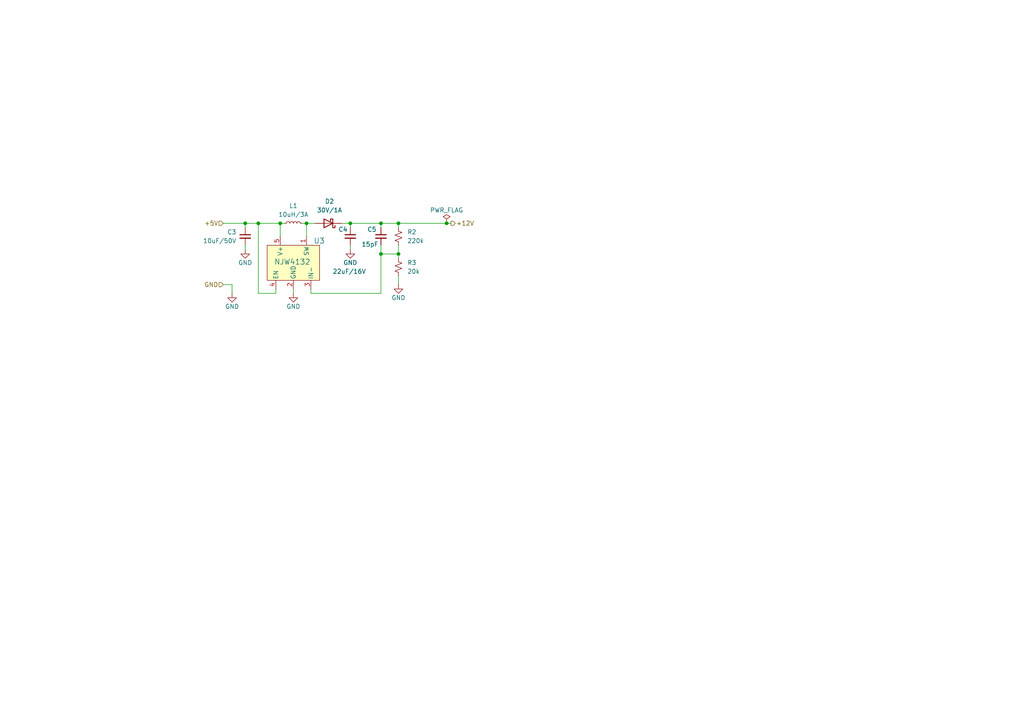
<source format=kicad_sch>
(kicad_sch (version 20231120) (generator "eeschema") (generator_version "8.0")
  (paper "A4")
  (title_block (date "2025-02-10") (rev "1"))
  (lib_symbols
    (symbol "Device:C_Small" (pin_numbers hide) (pin_names (offset 0.254) hide)
      (property "Reference" "C" (at 0.254 1.778 0))
      (property "Value" "C_Small" (at 0.254 -2.032 0))
      (symbol "C_Small_0_1"
        (polyline (pts (xy -1.524 -0.508) (xy 1.524 -0.508)) (stroke (width 0.3302)))
        (polyline (pts (xy -1.524 0.508) (xy 1.524 0.508)) (stroke (width 0.3048)))
      )
      (symbol "C_Small_1_1"
        (pin passive line (at 0 2.54 270) (length 2.032) (name "~") (number "1"))
        (pin passive line (at 0 -2.54 90) (length 2.032) (name "~") (number "2"))
      )
    )
    (symbol "Device:L_Small" (pin_numbers hide) (pin_names (offset 0.254) hide)
      (property "Reference" "L" (at 0.762 1.016 0))
      (property "Value" "L_Small" (at 0.762 -1.016 0))
      (symbol "L_Small_0_1"
        (arc (start 0 -2.032) (mid 0.5058 -1.524) (end 0 -1.016))
        (arc (start 0 -1.016) (mid 0.5058 -0.508) (end 0 0))
        (arc (start 0 0) (mid 0.5058 0.508) (end 0 1.016))
        (arc (start 0 1.016) (mid 0.5058 1.524) (end 0 2.032))
      )
      (symbol "L_Small_1_1"
        (pin passive line (at 0 2.54 270) (length 0.508) (name "~") (number "1"))
        (pin passive line (at 0 -2.54 90) (length 0.508) (name "~") (number "2"))
      )
    )
    (symbol "Device:R_Small_US" (pin_numbers hide) (pin_names (offset 0.254) hide)
      (property "Reference" "R" (at 0.762 0.508 0))
      (property "Value" "R_Small_US" (at 0.762 -1.016 0))
      (symbol "R_Small_US_1_1"
        (polyline (pts (xy 0 0) (xy 1.016 -0.381) (xy 0 -0.762) (xy -1.016 -1.143) (xy 0 -1.524)))
        (polyline (pts (xy 0 1.524) (xy 1.016 1.143) (xy 0 0.762) (xy -1.016 0.381) (xy 0 0)))
        (pin passive line (at 0 2.54 270) (length 1.016) (name "~") (number "1"))
        (pin passive line (at 0 -2.54 90) (length 1.016) (name "~") (number "2"))
      )
    )
    (symbol "Diode:SB130" (pin_numbers hide) (pin_names (offset 1.016) hide)
      (property "Reference" "D" (at 0 2.54 0))
      (property "Value" "SB130" (at 0 -2.54 0))
      (symbol "SB130_0_1"
        (polyline (pts (xy 1.27 0) (xy -1.27 0)))
        (polyline (pts (xy 1.27 1.27) (xy 1.27 -1.27) (xy -1.27 0) (xy 1.27 1.27)) (stroke (width 0.254)))
        (polyline (pts (xy -1.905 0.635) (xy -1.905 1.27) (xy -1.27 1.27) (xy -1.27 -1.27) (xy -0.635 -1.27) (xy -0.635 -0.635)) (stroke (width 0.254)))
      )
      (symbol "SB130_1_1"
        (pin passive line (at -3.81 0 0) (length 2.54) (name "K") (number "1"))
        (pin passive line (at 3.81 0 180) (length 2.54) (name "A") (number "2"))
      )
    )
    (symbol "nisshinbo:NJW4132U2-C-TE1" (pin_names (offset 0.254))
      (property "Reference" "U" (at 13.97 1.524 0))
      (property "Value" "NJW4132" (at 7.62 -5.08 0))
      (symbol "NJW4132U2-C-TE1_1_1"
        (rectangle (start 0 0) (end 15.24 -10.16) (fill (type background)))
        (pin output line (at 11.43 2.54 270) (length 2.54) (name "SW") (number "1"))
        (pin power_in line (at 7.62 -12.7 90) (length 2.54) (name "GND") (number "2"))
        (pin input line (at 12.7 -12.7 90) (length 2.54) (name "IN-") (number "3"))
        (pin input line (at 2.54 -12.7 90) (length 2.54) (name "EN") (number "4"))
        (pin power_in line (at 3.81 2.54 270) (length 2.54) (name "V+") (number "5"))
      )
    )
    (symbol "power:GND" (power) (pin_numbers hide) (pin_names (offset 0) hide)
      (property "Value" "GND" (at 0 -3.81 0))
      (symbol "GND_0_1"
        (polyline (pts (xy 0 0) (xy 0 -1.27) (xy 1.27 -1.27) (xy 0 -2.54) (xy -1.27 -1.27) (xy 0 -1.27)))
      )
      (symbol "GND_1_1"
        (pin power_in line (at 0 0 270) (length 0) (name "~") (number "1"))
      )
    )
    (symbol "power:PWR_FLAG" (power) (pin_numbers hide) (pin_names (offset 0) hide)
      (property "Value" "PWR_FLAG" (at 0 3.81 0))
      (symbol "PWR_FLAG_0_0"
        (pin power_out line (at 0 0 90) (length 0) (name "~") (number "1"))
      )
      (symbol "PWR_FLAG_0_1"
        (polyline (pts (xy 0 0) (xy 0 1.27) (xy -1.016 1.905) (xy 0 2.54) (xy 1.016 1.905) (xy 0 1.27)))
      )
    )
  )
  (junction (at 115.57 64.77))
  (junction (at 129.54 64.77))
  (junction (at 81.28 64.77))
  (junction (at 74.93 64.77))
  (junction (at 71.12 64.77))
  (junction (at 110.49 64.77))
  (junction (at 101.6 64.77))
  (junction (at 88.9 64.77))
  (junction (at 115.57 73.66))
  (junction (at 110.49 73.66))
  (wire (pts (xy 71.12 64.77) (xy 74.93 64.77)))
  (wire (pts (xy 74.93 64.77) (xy 74.93 85.09)))
  (wire (pts (xy 115.57 64.77) (xy 115.57 66.04)))
  (wire (pts (xy 85.09 85.09) (xy 85.09 83.82)))
  (wire (pts (xy 129.54 64.77) (xy 130.81 64.77)))
  (wire (pts (xy 115.57 71.12) (xy 115.57 73.66)))
  (wire (pts (xy 110.49 73.66) (xy 115.57 73.66)))
  (wire (pts (xy 67.31 82.55) (xy 64.77 82.55)))
  (wire (pts (xy 64.77 64.77) (xy 71.12 64.77)))
  (wire (pts (xy 88.9 64.77) (xy 91.44 64.77)))
  (wire (pts (xy 88.9 64.77) (xy 88.9 68.58)))
  (wire (pts (xy 80.01 85.09) (xy 74.93 85.09)))
  (wire (pts (xy 81.28 64.77) (xy 81.28 68.58)))
  (wire (pts (xy 115.57 73.66) (xy 115.57 74.93)))
  (wire (pts (xy 101.6 71.12) (xy 101.6 72.39)))
  (wire (pts (xy 87.63 64.77) (xy 88.9 64.77)))
  (wire (pts (xy 67.31 85.09) (xy 67.31 82.55)))
  (wire (pts (xy 81.28 64.77) (xy 82.55 64.77)))
  (wire (pts (xy 110.49 64.77) (xy 115.57 64.77)))
  (wire (pts (xy 110.49 85.09) (xy 90.17 85.09)))
  (wire (pts (xy 71.12 66.04) (xy 71.12 64.77)))
  (wire (pts (xy 110.49 71.12) (xy 110.49 73.66)))
  (wire (pts (xy 110.49 73.66) (xy 110.49 85.09)))
  (wire (pts (xy 115.57 64.77) (xy 129.54 64.77)))
  (wire (pts (xy 71.12 72.39) (xy 71.12 71.12)))
  (wire (pts (xy 90.17 85.09) (xy 90.17 83.82)))
  (wire (pts (xy 99.06 64.77) (xy 101.6 64.77)))
  (wire (pts (xy 110.49 64.77) (xy 110.49 66.04)))
  (wire (pts (xy 115.57 80.01) (xy 115.57 82.55)))
  (wire (pts (xy 74.93 64.77) (xy 81.28 64.77)))
  (wire (pts (xy 101.6 64.77) (xy 110.49 64.77)))
  (wire (pts (xy 101.6 64.77) (xy 101.6 66.04)))
  (wire (pts (xy 80.01 83.82) (xy 80.01 85.09)))
  (hierarchical_label "+12V" (shape output) (at 130.81 64.77 0))
  (hierarchical_label "+5V" (shape input) (at 64.77 64.77 180))
  (hierarchical_label "GND" (shape input) (at 64.77 82.55 180))
  (symbol (lib_id "Device:R_Small_US") (at 115.57 68.58 0) (unit 1)
    (property "Reference" "R2" (at 118.11 67.3099 0) (effects (justify left)))
    (property "Value" "220k" (at 118.11 69.8499 0) (effects (justify left)))
    (property "Footprint" "Resistor_SMD:R_0603_1608Metric_Pad0.98x0.95mm_HandSolder" (effects (hide yes)))
    (property "Description" "Resistor, small US symbol" (effects (hide yes)))
  )
  (symbol (lib_id "Device:L_Small") (at 85.09 64.77 90) (unit 1)
    (property "Reference" "L1" (at 85.09 59.69 90))
    (property "Value" "10uH/3A" (at 85.09 62.23 90))
    (property "Footprint" "murata:IND_DFE322512F_MUR-M" (effects (hide yes)))
    (property "Description" "Inductor, small symbol" (effects (hide yes)))
  )
  (symbol (lib_id "Diode:SB130") (at 95.25 64.77 180) (unit 1)
    (property "Reference" "D2" (at 95.5675 58.42 0))
    (property "Value" "30V/1A" (at 95.5675 60.96 0))
    (property "Footprint" "murata:CR_60M-60_ROM-M" (effects (hide yes)))
    (property "Datasheet" "http://www.diodes.com/_files/datasheets/ds23022.pdf" (effects (hide yes)))
    (property "Description" "30V 1A Schottky Barrier Rectifier Diode, DO-41" (effects (hide yes)))
    (instances (project "" (path "" (reference "D2") (unit 1))) (project "dcdc+12v" (path "" (reference "D1") (unit 1))))
  )
  (symbol (lib_id "nisshinbo:NJW4132U2-C-TE1") (at 77.47 71.12 0) (unit 1)
    (property "Reference" "U3" (at 90.932 69.85 0) (effects (font (size 1.524 1.524)) (justify left)))
    (property "Value" "NJW4132" (at 79.502 75.946 0) (effects (font (size 1.524 1.524)) (justify left)))
    (property "Footprint" "nisshinbo:SOT-89-5_NMD-M" (effects (hide yes)))
    (property "Datasheet" "NJW4132U2-C-TE1" (effects (hide yes)))
    (instances (project "" (path "" (reference "U3") (unit 1))) (project "dcdc+12v" (path "" (reference "U1") (unit 1))))
  )
  (symbol (lib_id "power:GND") (at 101.6 72.39 0) (unit 1)
    (property "Reference" "#PWR019" (effects (hide yes)))
    (property "Value" "GND" (at 101.6 76.2 0))
    (property "Description" "Power symbol creates a global label with name \"GND\" , ground" (effects (hide yes)))
    (instances (project "" (path "" (reference "#PWR019") (unit 1))) (project "dcdc+12v" (path "" (reference "#PWR04") (unit 1))))
  )
  (symbol (lib_id "power:GND") (at 71.12 72.39 0) (unit 1)
    (property "Reference" "#PWR017" (effects (hide yes)))
    (property "Value" "GND" (at 71.12 76.2 0))
    (property "Description" "Power symbol creates a global label with name \"GND\" , ground" (effects (hide yes)))
    (instances (project "" (path "" (reference "#PWR017") (unit 1))) (project "dcdc+12v" (path "" (reference "#PWR02") (unit 1))))
  )
  (symbol (lib_id "power:GND") (at 115.57 82.55 0) (unit 1)
    (property "Reference" "#PWR020" (effects (hide yes)))
    (property "Value" "GND" (at 115.57 86.36 0))
    (property "Description" "Power symbol creates a global label with name \"GND\" , ground" (effects (hide yes)))
    (instances (project "" (path "" (reference "#PWR020") (unit 1))) (project "dcdc+12v" (path "" (reference "#PWR05") (unit 1))))
  )
  (symbol (lib_id "power:PWR_FLAG") (at 129.54 64.77 0) (unit 1)
    (property "Reference" "#FLG04" (effects (hide yes)))
    (property "Value" "PWR_FLAG" (at 129.54 60.96 0))
    (property "Description" "Special symbol for telling ERC where power comes from" (effects (hide yes)))
  )
  (symbol (lib_id "power:GND") (at 67.31 85.09 0) (unit 1)
    (property "Reference" "#PWR016" (effects (hide yes)))
    (property "Value" "GND" (at 67.31 88.9 0))
    (property "Description" "Power symbol creates a global label with name \"GND\" , ground" (effects (hide yes)))
  )
  (symbol (lib_id "Device:R_Small_US") (at 115.57 77.47 0) (unit 1)
    (property "Reference" "R3" (at 118.11 76.1999 0) (effects (justify left)))
    (property "Value" "20k" (at 118.11 78.7399 0) (effects (justify left)))
    (property "Footprint" "Resistor_SMD:R_0603_1608Metric_Pad0.98x0.95mm_HandSolder" (effects (hide yes)))
    (property "Description" "Resistor, small US symbol" (effects (hide yes)))
    (instances (project "" (path "" (reference "R3") (unit 1))) (project "dcdc+12v" (path "" (reference "R1") (unit 1))))
  )
  (symbol (lib_id "Device:C_Small") (at 101.6 68.58 0) (mirror y) (unit 1)
    (property "Reference" "C4" (at 100.838 66.548 0) (effects (justify left)))
    (property "Value" "22uF/16V" (at 106.172 78.74 0) (effects (justify left)))
    (property "Footprint" "Capacitor_SMD:C_0603_1608Metric_Pad1.08x0.95mm_HandSolder" (effects (hide yes)))
    (property "Description" "Unpolarized capacitor, small symbol" (effects (hide yes)))
    (instances (project "" (path "" (reference "C4") (unit 1))) (project "dcdc+12v" (path "" (reference "C2") (unit 1))))
  )
  (symbol (lib_id "power:GND") (at 85.09 85.09 0) (unit 1)
    (property "Reference" "#PWR018" (effects (hide yes)))
    (property "Value" "GND" (at 85.09 88.9 0))
    (property "Description" "Power symbol creates a global label with name \"GND\" , ground" (effects (hide yes)))
    (instances (project "" (path "" (reference "#PWR018") (unit 1))) (project "dcdc+12v" (path "" (reference "#PWR03") (unit 1))))
  )
  (symbol (lib_id "Device:C_Small") (at 110.49 68.58 0) (mirror y) (unit 1)
    (property "Reference" "C5" (at 109.22 66.548 0) (effects (justify left)))
    (property "Value" "15pF" (at 109.728 70.866 0) (effects (justify left)))
    (property "Footprint" "Capacitor_SMD:C_0603_1608Metric_Pad1.08x0.95mm_HandSolder" (effects (hide yes)))
    (property "Description" "Unpolarized capacitor, small symbol" (effects (hide yes)))
    (instances (project "" (path "" (reference "C5") (unit 1))) (project "dcdc+12v" (path "" (reference "C3") (unit 1))))
  )
  (symbol (lib_id "Device:C_Small") (at 71.12 68.58 0) (mirror y) (unit 1)
    (property "Reference" "C3" (at 68.58 67.3162 0) (effects (justify left)))
    (property "Value" "10uF/50V" (at 68.58 69.8562 0) (effects (justify left)))
    (property "Footprint" "Capacitor_SMD:C_0603_1608Metric_Pad1.08x0.95mm_HandSolder" (effects (hide yes)))
    (property "Description" "Unpolarized capacitor, small symbol" (effects (hide yes)))
    (instances (project "" (path "" (reference "C3") (unit 1))) (project "dcdc+12v" (path "" (reference "C1") (unit 1))))
  )
)
</source>
